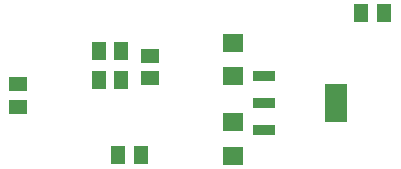
<source format=gbr>
G04 EAGLE Gerber RS-274X export*
G75*
%MOMM*%
%FSLAX34Y34*%
%LPD*%
%INSolderpaste Bottom*%
%IPPOS*%
%AMOC8*
5,1,8,0,0,1.08239X$1,22.5*%
G01*
%ADD10R,1.500000X1.300000*%
%ADD11R,1.300000X1.500000*%
%ADD12R,1.900000X0.900000*%
%ADD13R,1.900000X3.200000*%
%ADD14R,1.800000X1.600000*%


D10*
X88900Y103480D03*
X88900Y84480D03*
D11*
X192380Y43180D03*
X173380Y43180D03*
D12*
X297160Y64630D03*
X297160Y87630D03*
X297160Y110630D03*
D13*
X358160Y87630D03*
D14*
X270510Y138490D03*
X270510Y110490D03*
X270510Y43120D03*
X270510Y71120D03*
D10*
X200660Y127610D03*
X200660Y108610D03*
D11*
X175870Y131380D03*
X175870Y107380D03*
X156870Y107380D03*
X156870Y131380D03*
X398120Y163830D03*
X379120Y163830D03*
M02*

</source>
